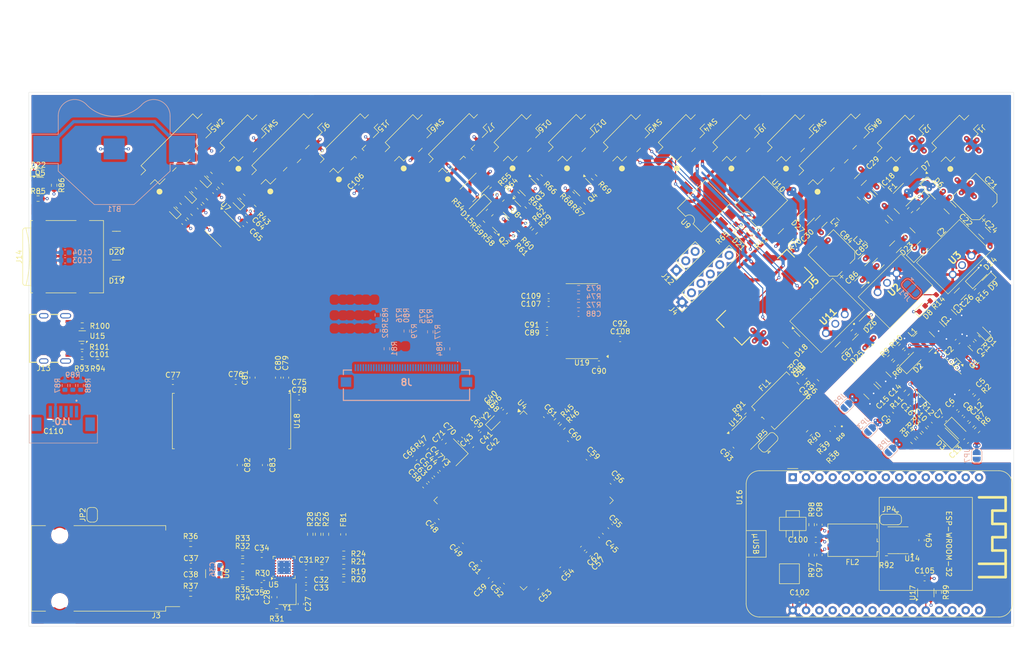
<source format=kicad_pcb>
(kicad_pcb
	(version 20241229)
	(generator "pcbnew")
	(generator_version "9.0")
	(general
		(thickness 1.6)
		(legacy_teardrops no)
	)
	(paper "A4")
	(layers
		(0 "F.Cu" signal)
		(4 "In1.Cu" power)
		(6 "In2.Cu" power)
		(2 "B.Cu" signal)
		(9 "F.Adhes" user "F.Adhesive")
		(11 "B.Adhes" user "B.Adhesive")
		(13 "F.Paste" user)
		(15 "B.Paste" user)
		(5 "F.SilkS" user "F.Silkscreen")
		(7 "B.SilkS" user "B.Silkscreen")
		(1 "F.Mask" user)
		(3 "B.Mask" user)
		(17 "Dwgs.User" user "User.Drawings")
		(19 "Cmts.User" user "User.Comments")
		(21 "Eco1.User" user "User.Eco1")
		(23 "Eco2.User" user "User.Eco2")
		(25 "Edge.Cuts" user)
		(27 "Margin" user)
		(31 "F.CrtYd" user "F.Courtyard")
		(29 "B.CrtYd" user "B.Courtyard")
		(35 "F.Fab" user)
		(33 "B.Fab" user)
		(39 "User.1" user)
		(41 "User.2" user)
		(43 "User.3" user)
		(45 "User.4" user)
		(47 "User.5" user)
		(49 "User.6" user)
		(51 "User.7" user)
		(53 "User.8" user)
		(55 "User.9" user)
	)
	(setup
		(stackup
			(layer "F.SilkS"
				(type "Top Silk Screen")
			)
			(layer "F.Paste"
				(type "Top Solder Paste")
			)
			(layer "F.Mask"
				(type "Top Solder Mask")
				(thickness 0.01)
			)
			(layer "F.Cu"
				(type "copper")
				(thickness 0.035)
			)
			(layer "dielectric 1"
				(type "prepreg")
				(thickness 0.1)
				(material "FR4")
				(epsilon_r 4.5)
				(loss_tangent 0.02)
			)
			(layer "In1.Cu"
				(type "copper")
				(thickness 0.035)
			)
			(layer "dielectric 2"
				(type "core")
				(thickness 1.24)
				(material "FR4")
				(epsilon_r 4.5)
				(loss_tangent 0.02)
			)
			(layer "In2.Cu"
				(type "copper")
				(thickness 0.035)
			)
			(layer "dielectric 3"
				(type "prepreg")
				(thickness 0.1)
				(material "FR4")
				(epsilon_r 4.5)
				(loss_tangent 0.02)
			)
			(layer "B.Cu"
				(type "copper")
				(thickness 0.035)
			)
			(layer "B.Mask"
				(type "Bottom Solder Mask")
				(thickness 0.01)
			)
			(layer "B.Paste"
				(type "Bottom Solder Paste")
			)
			(layer "B.SilkS"
				(type "Bottom Silk Screen")
			)
			(copper_finish "None")
			(dielectric_constraints no)
		)
		(pad_to_mask_clearance 0)
		(allow_soldermask_bridges_in_footprints no)
		(tenting front back)
		(pcbplotparams
			(layerselection 0x00000000_00000000_55555555_5755f5ff)
			(plot_on_all_layers_selection 0x00000000_00000000_00000000_00000000)
			(disableapertmacros no)
			(usegerberextensions no)
			(usegerberattributes yes)
			(usegerberadvancedattributes yes)
			(creategerberjobfile yes)
			(dashed_line_dash_ratio 12.000000)
			(dashed_line_gap_ratio 3.000000)
			(svgprecision 4)
			(plotframeref no)
			(mode 1)
			(useauxorigin no)
			(hpglpennumber 1)
			(hpglpenspeed 20)
			(hpglpendiameter 15.000000)
			(pdf_front_fp_property_popups yes)
			(pdf_back_fp_property_popups yes)
			(pdf_metadata yes)
			(pdf_single_document no)
			(dxfpolygonmode yes)
			(dxfimperialunits yes)
			(dxfusepcbnewfont yes)
			(psnegative no)
			(psa4output no)
			(plot_black_and_white yes)
			(sketchpadsonfab no)
			(plotpadnumbers no)
			(hidednponfab no)
			(sketchdnponfab yes)
			(crossoutdnponfab yes)
			(subtractmaskfromsilk no)
			(outputformat 1)
			(mirror no)
			(drillshape 1)
			(scaleselection 1)
			(outputdirectory "")
		)
	)
	(net 0 "")
	(net 1 "+3V3_FER")
	(net 2 "Earth")
	(net 3 "/Ethernet/LED_G")
	(net 4 "/Ethernet/LED_Y")
	(net 5 "GND")
	(net 6 "+3V3")
	(net 7 "+5V")
	(net 8 "/Power/3V3_Display")
	(net 9 "Net-(C5-Pad2)")
	(net 10 "Net-(U1-COMP)")
	(net 11 "Net-(U1-C1+)")
	(net 12 "Net-(U1-C1-)")
	(net 13 "Net-(U1-C2+)")
	(net 14 "Net-(U1-C2-)")
	(net 15 "Net-(U1-DRV)")
	(net 16 "Net-(U1-FB1)")
	(net 17 "Net-(U1-REF)")
	(net 18 "Net-(U1-VCOMIN)")
	(net 19 "+24V")
	(net 20 "Net-(U3-VI)")
	(net 21 "Net-(U2-VI)")
	(net 22 "/Peripherals/V_{ref2}")
	(net 23 "Net-(D1-A)")
	(net 24 "Net-(D15-K)")
	(net 25 "/IEC_Charging_Circuit/CP")
	(net 26 "/IEC_Charging_Circuit/PP")
	(net 27 "/Core/EV_Start_Charging")
	(net 28 "/Display/LCD_VGL")
	(net 29 "Net-(Q1-B)")
	(net 30 "Net-(Q2-G)")
	(net 31 "Net-(U1-FB3)")
	(net 32 "Net-(U1-FB2)")
	(net 33 "/IEC_Charging_Circuit/PWM_SENSE")
	(net 34 "/Core/Charging_Point_PWM")
	(net 35 "/Core/~{IMD_Error_LED}")
	(net 36 "/SDRAM/D9")
	(net 37 "/SDRAM/A11")
	(net 38 "/Core/~{AMS_Error_LED}")
	(net 39 "/SDRAM/D0")
	(net 40 "unconnected-(U4B-PC13-Pad8)")
	(net 41 "unconnected-(U4B-PD4-Pad146)")
	(net 42 "/Core/PCAP_RST")
	(net 43 "/Display/B5")
	(net 44 "unconnected-(U4B-PI8-Pad7)")
	(net 45 "/SDRAM/D14")
	(net 46 "/SDRAM/D2")
	(net 47 "/SDRAM/D4")
	(net 48 "/Core/OSC_in")
	(net 49 "/Core/SWCLK")
	(net 50 "unconnected-(U4B-PG3-Pad107)")
	(net 51 "/Display/R2")
	(net 52 "/SDRAM/A3")
	(net 53 "/SDRAM/D13")
	(net 54 "/Core/LCD_Reset")
	(net 55 "/Display/R0")
	(net 56 "/SDRAM/A2")
	(net 57 "/Display/R7")
	(net 58 "/Display/B4")
	(net 59 "/Core/AMS_Reset_in")
	(net 60 "/Core/AMS_Reset_out")
	(net 61 "/Core/SDC_out")
	(net 62 "/SDRAM/A0")
	(net 63 "unconnected-(U4B-PF8-Pad26)")
	(net 64 "/SDRAM/SDNE0")
	(net 65 "/Core/SWDIO")
	(net 66 "/SDRAM/A10")
	(net 67 "unconnected-(U4B-PC10-Pad139)")
	(net 68 "/Display/G0")
	(net 69 "/SDRAM/BA0")
	(net 70 "/Ethernet/RMII_TX_EN")
	(net 71 "/Core/NRST")
	(net 72 "/SDRAM/D12")
	(net 73 "/SDRAM/NBL0")
	(net 74 "/Display/B0")
	(net 75 "/Core/RMII_nRST")
	(net 76 "/Display/G2")
	(net 77 "/Display/R1")
	(net 78 "unconnected-(U4B-PI9-Pad11)")
	(net 79 "/SDRAM/SDNWE")
	(net 80 "/Ethernet/RMII_RXD1")
	(net 81 "/SDRAM/A9")
	(net 82 "/SDRAM/D11")
	(net 83 "unconnected-(U4B-PI6-Pad175)")
	(net 84 "/Display/DE")
	(net 85 "/Display/G3")
	(net 86 "/Display/CLK")
	(net 87 "/Peripherals/USART_RX")
	(net 88 "unconnected-(U4B-PB5-Pad163)")
	(net 89 "unconnected-(U4B-PI3-Pad134)")
	(net 90 "/Peripherals/USB_OTG_VBUS")
	(net 91 "/SDRAM/A4")
	(net 92 "/Display/B3")
	(net 93 "/Peripherals/SDMMC_D0")
	(net 94 "/SDRAM/D15")
	(net 95 "/SDRAM/D3")
	(net 96 "/Display/G4")
	(net 97 "/SDRAM/A7")
	(net 98 "/SDRAM/A12")
	(net 99 "Net-(U4F-BOOT0)")
	(net 100 "unconnected-(U4B-PD7-Pad151)")
	(net 101 "/Display/G7")
	(net 102 "/Core/LED_B")
	(net 103 "/Ethernet/RMII_MDIO")
	(net 104 "/Display/G1")
	(net 105 "/Display/R6")
	(net 106 "/SDRAM/D6")
	(net 107 "/SDRAM/A1")
	(net 108 "/SDRAM/D8")
	(net 109 "/Display/B6")
	(net 110 "/Display/R4")
	(net 111 "/Core/OSC_out")
	(net 112 "unconnected-(U4B-PA15-Pad138)")
	(net 113 "/SDRAM/A5")
	(net 114 "/Display/G6")
	(net 115 "/Peripherals/ESP_RX")
	(net 116 "unconnected-(U4B-PF9-Pad27)")
	(net 117 "/Display/G5")
	(net 118 "/Core/LED_G")
	(net 119 "/Display/R5")
	(net 120 "unconnected-(U4B-PE2-Pad1)")
	(net 121 "/Ethernet/RMII_TXD1")
	(net 122 "/SDRAM/D5")
	(net 123 "/Peripherals/SDMMC_CMD")
	(net 124 "/SDRAM/D1")
	(net 125 "Net-(U4A-VREF+)")
	(net 126 "/Display/B1")
	(net 127 "/Display/B7")
	(net 128 "unconnected-(U4B-PD11-Pad99)")
	(net 129 "/Ethernet/RMII_MDC")
	(net 130 "unconnected-(U4B-PE3-Pad2)")
	(net 131 "/Core/OSC32_in")
	(net 132 "/SDRAM/SDCLK")
	(net 133 "/Peripherals/USART_TX")
	(net 134 "unconnected-(U4B-PA10-Pad121)")
	(net 135 "/Core/LED_R")
	(net 136 "/SDRAM/SDCKE0")
	(net 137 "/Ethernet/RMII_RXD0")
	(net 138 "unconnected-(U4B-PC11-Pad140)")
	(net 139 "/Ethernet/RMII_CRS_DV")
	(net 140 "/Core/TRACESWO")
	(net 141 "/Display/HSYNC")
	(net 142 "/Ethernet/RMII_TXD0")
	(net 143 "/SDRAM/D10")
	(net 144 "/SDRAM/SDNCAS")
	(net 145 "/Display/R3")
	(net 146 "/Core/OSC32_out")
	(net 147 "/Display/VSYNC")
	(net 148 "/SDRAM/D7")
	(net 149 "unconnected-(U4B-PG9-Pad152)")
	(net 150 "/SDRAM/BA1")
	(net 151 "/SDRAM/SDNRAS")
	(net 152 "/SDRAM/A6")
	(net 153 "/SDRAM/NBL1")
	(net 154 "/Display/B2")
	(net 155 "/Ethernet/RMII_REF_CLK")
	(net 156 "/SDRAM/A8")
	(net 157 "unconnected-(U4B-PB2-Pad58)")
	(net 158 "/Ethernet/XTAL2")
	(net 159 "/Ethernet/XTAL1")
	(net 160 "/Peripherals/ESP_TX")
	(net 161 "/Peripherals/STM_CAN_TX")
	(net 162 "/Peripherals/STM_CAN_RX")
	(net 163 "/Peripherals/SDMMC_CK")
	(net 164 "/Peripherals/ESP_CAN_RX")
	(net 165 "/SDC_and_SCS/RSD_in")
	(net 166 "/SDC_and_SCS/RSD_out")
	(net 167 "/Core/CANH")
	(net 168 "/Core/CANL")
	(net 169 "/Peripherals/ESP_CAN_TX")
	(net 170 "/Display/LCD_VGH")
	(net 171 "Net-(D5-A)")
	(net 172 "Net-(D9-A)")
	(net 173 "/Core/SDC_in")
	(net 174 "Net-(Q3-G)")
	(net 175 "Net-(Q4-G)")
	(net 176 "/Core/SDC_enable")
	(net 177 "/Display/I2C_SDA")
	(net 178 "/Display/I2C_SCL")
	(net 179 "/Display/LCD_SELB")
	(net 180 "VDD")
	(net 181 "/Display/LCD_STBYB")
	(net 182 "Net-(J1-Pin_1)")
	(net 183 "/Display/LCD_U{slash}D")
	(net 184 "/Display/LCD_L{slash}R")
	(net 185 "/Display/RXIN0-")
	(net 186 "/Display/RXCLKIN+")
	(net 187 "/Display/RXIN0+")
	(net 188 "/Display/RXIN2-")
	(net 189 "/Display/RXIN1-")
	(net 190 "/Display/RXIN2+")
	(net 191 "/Display/RXIN3+")
	(net 192 "/Display/RXIN3-")
	(net 193 "/Display/RXIN1+")
	(net 194 "/Display/RXCLKIN-")
	(net 195 "Net-(J2-Pin_1)")
	(net 196 "Net-(U4F-PDR_ON)")
	(net 197 "/Peripherals/SDMMC_D1")
	(net 198 "/Peripherals/SDMMC_D2")
	(net 199 "/Peripherals/SDMMC_D3")
	(net 200 "/Core/SDC_Voltage")
	(net 201 "/Core/TSAL_Green")
	(net 202 "/Core/TS_on")
	(net 203 "/Peripherals/USB_OTG_DP")
	(net 204 "/Peripherals/USB_OTG_DN")
	(net 205 "/Peripherals/D-")
	(net 206 "/Peripherals/D+")
	(net 207 "/Core/PCAP_Int")
	(net 208 "/Display/LCD_VDD")
	(net 209 "/Core/Encoder_push")
	(net 210 "/Core/Encoder_A")
	(net 211 "/Core/Encoder_B")
	(net 212 "/Ethernet/RXN")
	(net 213 "/Ethernet/TXN")
	(net 214 "/Ethernet/RXP")
	(net 215 "/Ethernet/TXP")
	(net 216 "/Core/SDC_on")
	(net 217 "/Core/EncB_on")
	(net 218 "/Core/EncPush_on")
	(net 219 "/Core/EncA_on")
	(net 220 "Net-(D16-A)")
	(net 221 "Net-(D16-K)")
	(net 222 "Net-(D17-K)")
	(net 223 "Net-(D17-A)")
	(net 224 "/Display/LCD_AVDD")
	(net 225 "/Display/VCOM")
	(net 226 "Net-(D7-K)")
	(net 227 "unconnected-(U4B-PH9-Pad86)")
	(net 228 "unconnected-(U4B-PH6-Pad83)")
	(net 229 "unconnected-(U4B-PH7-Pad84)")
	(net 230 "Net-(D3-A)")
	(net 231 "Net-(J13-CC2)")
	(net 232 "Net-(U5-VDDCR)")
	(net 233 "Net-(C39-Pad1)")
	(net 234 "Net-(C45-Pad1)")
	(net 235 "Net-(D11-K)")
	(net 236 "Net-(D12-K)")
	(net 237 "Net-(D13-K)")
	(net 238 "Net-(D14-K)")
	(net 239 "Net-(U15-VBUS)")
	(net 240 "Net-(D2-A)")
	(net 241 "Net-(D8-A)")
	(net 242 "Net-(D10-BK)")
	(net 243 "Net-(D10-GK)")
	(net 244 "Net-(D10-RK)")
	(net 245 "Net-(D11-A)")
	(net 246 "Net-(U13-CANH)")
	(net 247 "Net-(U13-CANL)")
	(net 248 "Net-(U14-CANH)")
	(net 249 "Net-(U14-CANL)")
	(net 250 "Net-(J3-Pad11)")
	(net 251 "Net-(J3-Pad2)")
	(net 252 "unconnected-(J3-NC-Pad9)")
	(net 253 "Net-(J5-Pin_2)")
	(net 254 "Net-(J13-CC1)")
	(net 255 "unconnected-(J13-SBU2-PadB8)")
	(net 256 "unconnected-(J13-SBU1-PadA8)")
	(net 257 "Net-(Q2-D)")
	(net 258 "Net-(R29-Pad1)")
	(net 259 "Net-(J15-Pin_2)")
	(net 260 "Net-(JP4-C)")
	(net 261 "Net-(JP5-C)")
	(net 262 "Net-(R3-Pad2)")
	(net 263 "Net-(R8-Pad2)")
	(net 264 "/Peripherals/V_{ref1}")
	(net 265 "Net-(U5-RXD0{slash}MODE0)")
	(net 266 "Net-(U5-RXD1{slash}MODE1)")
	(net 267 "Net-(U5-CRS_DV{slash}MODE2)")
	(net 268 "Net-(U5-~{INT}{slash}REFCLKO)")
	(net 269 "Net-(U5-RXER{slash}PHYAD0)")
	(net 270 "Net-(U5-RBIAS)")
	(net 271 "Net-(U8--)")
	(net 272 "Net-(R65-Pad1)")
	(net 273 "Net-(R70-Pad2)")
	(net 274 "V_{In}")
	(net 275 "Net-(R75-Pad2)")
	(net 276 "Net-(U13-Rs)")
	(net 277 "Net-(U14-Rs)")
	(net 278 "Net-(U16-D21)")
	(net 279 "unconnected-(U7-Pad12)")
	(net 280 "unconnected-(U7-Pad10)")
	(net 281 "unconnected-(U9-Pad3)")
	(net 282 "unconnected-(U10-Pad3)")
	(net 283 "unconnected-(U10-Pad5)")
	(net 284 "unconnected-(U16-D26-Pad7)")
	(net 285 "unconnected-(U16-D2-Pad27)")
	(net 286 "unconnected-(U16-VIN-Pad1)")
	(net 287 "unconnected-(U16-D34-Pad12)")
	(net 288 "unconnected-(U16-D39{slash}VN-Pad13)")
	(net 289 "unconnected-(U16-D19-Pad21)")
	(net 290 "unconnected-(U16-D36{slash}VP-Pad14)")
	(net 291 "unconnected-(U16-TX0{slash}D1-Pad18)")
	(net 292 "unconnected-(U16-D14-Pad5)")
	(net 293 "unconnected-(U16-D25-Pad8)")
	(net 294 "unconnected-(U16-D15-Pad28)")
	(net 295 "unconnected-(U16-D13-Pad3)")
	(net 296 "unconnected-(U16-D23-Pad16)")
	(net 297 "unconnected-(U16-D27-Pad6)")
	(net 298 "unconnected-(U16-EN-Pad15)")
	(net 299 "unconnected-(U16-D33-Pad9)")
	(net 300 "unconnected-(U16-D22-Pad17)")
	(net 301 "unconnected-(U16-D35-Pad11)")
	(net 302 "unconnected-(U16-D18-Pad22)")
	(net 303 "unconnected-(U16-D12-Pad4)")
	(net 304 "unconnected-(U16-D32-Pad10)")
	(net 305 "unconnected-(U16-RX0{slash}D3-Pad19)")
	(net 306 "unconnected-(U17-NC-Pad1)")
	(net 307 "Net-(BT1-+)")
	(net 308 "VBAT")
	(net 309 "Net-(D22-A)")
	(net 310 "Net-(Q5-G)")
	(net 311 "unconnected-(U18-NC-Pad40)")
	(net 312 "unconnected-(U18-NC-Pad36)")
	(net 313 "Net-(U11-VI)")
	(net 314 "Net-(D25-K)")
	(net 315 "Net-(D26-A)")
	(net 316 "+12V")
	(net 317 "unconnected-(J8-Pin_37-Pad37)")
	(net 318 "unconnected-(J8-Pin_23-Pad23)")
	(net 319 "unconnected-(J8-Pin_26-Pad26)")
	(net 320 "Net-(J8-Pin_35)")
	(net 321 "unconnected-(J8-Pin_27-Pad27)")
	(net 322 "unconnected-(J8-Pin_24-Pad24)")
	(net 323 "Net-(J8-Pin_38)")
	(net 324 "unconnected-(J8-Pin_4-Pad4)")
	(net 325 "Net-(J8-Pin_29)")
	(net 326 "Net-(J8-Pin_1)")
	(net 327 "unconnected-(J8-Pin_36-Pad36)")
	(net 328 "Net-(U19-CLKSEL)")
	(net 329 "Net-(U19-~{SHTDN})")
	(net 330 "Net-(R76-Pad2)")
	(footprint "Capacitor_SMD:C_1206_3216Metric" (layer "F.Cu") (at 218.05 68.997055 -45))
	(footprint "Capacitor_SMD:C_0603_1608Metric" (layer "F.Cu") (at 217.599138 91.659104 45))
	(footprint "Package_SO:SOIC-8_3.9x4.9mm_P1.27mm" (layer "F.Cu") (at 215.9325 127.5675 180))
	(footprint "Resistor_SMD:R_0603_1608Metric" (layer "F.Cu") (at 106.7225 126.425 90))
	(footprint "Capacitor_SMD:C_0603_1608Metric" (layer "F.Cu") (at 158.837501 93.819999 180))
	(footprint "Capacitor_SMD:C_1206_3216Metric" (layer "F.Cu") (at 232.45 68.897055 -45))
	(footprint "Capacitor_SMD:C_0603_1608Metric" (layer "F.Cu") (at 91.3 67.197055 135))
	(footprint "Package_TO_SOT_SMD:SOT-23" (layer "F.Cu") (at 52.175 59.8))
	(footprint "Capacitor_SMD:C_0603_1608Metric" (layer "F.Cu") (at 218.670709 101.512049 -45))
	(footprint "Charger:ESP32-WROOM-32-DevKit-30Pin" (layer "F.Cu") (at 195.8325 115.5575 -90))
	(footprint "Capacitor_SMD:C_0603_1608Metric" (layer "F.Cu") (at 90.300001 113.2 -90))
	(footprint "LED_SMD:LED_0603_1608Metric" (layer "F.Cu") (at 51.8125 57.3))
	(footprint "Inductor_SMD:L_Wuerth_WE-PD2-Typ-MS" (layer "F.Cu") (at 211.8 68.697055 -45))
	(footprint "Package_TO_SOT_SMD:SOT-23-3" (layer "F.Cu") (at 155.728751 60.125806 -45))
	(footprint "Resistor_SMD:R_0603_1608Metric" (layer "F.Cu") (at 90.8225 131.55 180))
	(footprint "Package_DIP:SMDIP-6_W9.53mm" (layer "F.Cu") (at 178.828751 63.675806 135))
	(footprint "FaSTTUBe_connectors:Micro_Mate-N-Lok_2p_vertical" (layer "F.Cu") (at 226.8 50.8 -135))
	(footprint "Resistor_SMD:R_0603_1608Metric" (layer "F.Cu") (at 197.035534 94.111775 135))
	(footprint "Resistor_SMD:R_0603_1608Metric" (layer "F.Cu") (at 60.2 86.55 180))
	(footprint "Diode_SMD:D_SOD-123" (layer "F.Cu") (at 222.6 60.547055 -45))
	(footprint "Package_SO:TSSOP-56_6.1x14mm_P0.5mm" (layer "F.Cu") (at 155.5875 85.7 180))
	(footprint "Inductor_SMD:L_0603_1608Metric" (layer "F.Cu") (at 110.0375 126.45 -90))
	(footprint "Resistor_SMD:R_0603_1608Metric" (layer "F.Cu") (at 60.175 93.55))
	(footprint "Inductor_SMD:L_Wuerth_WE-PD2-Typ-MS" (layer "F.Cu") (at 221.75 66.297055 45))
	(footprint "LED_SMD:LED_0603_1608Metric" (layer "F.Cu") (at 220.356847 62.390208 -135))
	(footprint "Capacitor_SMD:CP_Elec_6.3x7.7" (layer "F.Cu") (at 230.75 62.247055 135))
	(footprint "Capacitor_SMD:C_0603_1608Metric" (layer "F.Cu") (at 200.9325 124.5925 90))
	(footprint "LED_SMD:LED_0603_1608Metric" (layer "F.Cu") (at 232.120709 87.912049 135))
	(footprint "Resistor_SMD:R_0603_1608Metric" (layer "F.Cu") (at 80.895 128.25))
	(footprint "Resistor_SMD:R_0603_1608Metric" (layer "F.Cu") (at 145.228751 63.625806 -45))
	(footprint "Capacitor_SMD:C_1210_3225Metric" (layer "F.Cu") (at 225.649138 84.959104 -45))
	(footprint "Resistor_SMD:R_0603_1608Metric" (layer "F.Cu") (at 231.03076 106.5221 45))
	(footprint "Resistor_SMD:R_0603_1608Metric" (layer "F.Cu") (at 54.8375 59.75 -90))
	(footprint "Resistor_SMD:R_0603_1608Metric"
		(layer "F.Cu")
		(uuid "25520ce1-902d-4741-8422-050be80f3b1d")
		(at 153.628751 61.525806 -45)
		(descr "Resistor SMD 0603 (1608 Metric), square (rectangular) end terminal, IPC_7351 nominal, (Body size source: IPC-SM-782 page 72, https://www.pcb-3d.com/wordpress/wp-content/uploads/ipc-sm-782a_amendment_1_and_2.pdf), generated with kicad-footprint-generator")
		(tags "resistor")
		(property "Reference" "R68"
			(at -0.005305 1.378858 135)
			(layer "F.SilkS")
			(uuid "0348aea9-4658-44b4-b99b-70c34ac43241")
			(effects
				(font
					(size 1 1)
					(thickness 0.15)
				)
			)
		)
		(property "Value" "10k"
			(at 0 1.43 135)
			(layer "F.Fab")
			(uuid "a74adb5e-cf24-4b62-903c-4f7c24be43dd")
			(effects
				(font
					(size 1 1)
					(thickness 0.15)
				)
			)
		)
		(property "Datasheet" ""
			(at 0 0 315)
			(unlocked yes)
			(layer "F.Fab")
			(hide yes)
			(uuid "f46c0900-056a-4f02-bdf6-bc5f77d60ba2")
			(effects
				(font
					(size 1.27 1.27)
					(thickness 0.15)
				)
			)
		)
		(property "Description" "Resistor"
			(at 0 0 315)
			(unlocked yes)
			(layer "F.Fab")
			(hide yes)
			(uuid "7bea0be5-f2d6-4b69-8a4e-cc39dcb3b841")
			(effects
				(font
					(size 1.27 1.27)
					(thickness 0.15)
				)
			)
		)
		(property ki_fp_filters "R_*")
		(path "/75c94037-2217-4879-97cf-1bc2976ef0dc/77b7b38e-c9b1-4bed-b3ae-78257fb49100")
		(sheetname "/SDC_and_SCS/")
		(sheetfile "SDC_and_SCS.kicad_sch")
		(attr smd)
		(fp_line
			(start -0.237258 0.5225)
			(end 0.237258 0.5225)
			(stroke
				(width 0.12)
				(type solid)
			)
			(layer "F.SilkS")
			(uuid "61a8a77d-99ca-43fc-929e-744779610cf2")
		)
		(fp_line
			(start -0.237258 -0.5225)
			(end 0.237258 -0.5225)
			(stroke
				(width 0.12)
				(type solid)
			)
			(layer "F.SilkS")
			(uuid "6e3a7c39-ff6c-422b-9700-36e1b16cf8b9")
		)
		(fp_line
			(start -1.48 0.73)
			(end -1.48 -0.73)
			(stroke
				(width 0.05)
				(type solid)
			)
			(layer "F.CrtYd")
			(uuid "d54efb5e-c2c7-48f3-9f19-d7499dcc0720")
		)
		(fp_line
			(start -1.48 -0.73)
			(end 1.48 -0.73)
			(stroke
				(width 0.05)
				(type solid)
			)
			(layer "F.CrtYd")
			(uuid "16af855d-f762-4fae-81d7-7b08cccec96d")
		)
		(fp_line
			(start 1.48 0.73)
			(end -1.48 0.73)
			(stroke
				(width 0.05)
				(type solid)
			)
			(layer "F.CrtYd")
			(uuid "860298f9-175f-4e51-b42f-3f49e6b1da5c")
		)
		(fp_line
			(start 1.48 -0.73)
			(end 1.48 0.73)
			(stroke
				(width 0.05)
				(type solid)
			)
			(layer "F.CrtYd")
			(uuid "028b6352-f154-4162-9e72-9f9095afbaf2")
		)
		(fp_line
			(st
... [2799047 chars truncated]
</source>
